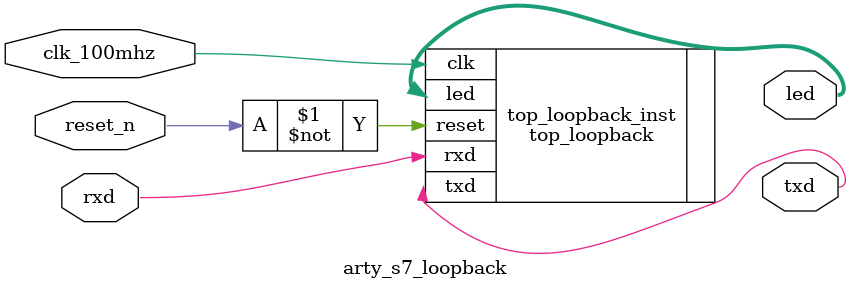
<source format=v>
/*
*****************************
* MODULE : arty_s7_loopback
*
* This module is a test of a uart.
* It is configured as a loopback so
* the RX is tied to the TX. The LEDs
* display the received bytes.  This module
* will also allow us to test determine
* the maximum baud rate.
*
* Target Board: Arty S7 Digilent board
*
* Author : Brandon Bloodget
*
*****************************
*/
// Force error when implicit net has no type.
`default_nettype none

module arty_s7_loopback #
(
    parameter integer CLK_FREQUENCY = 100_000_000,
    parameter integer BAUD = 12_000_000,
    parameter integer NUM_LEDS = 4
)
(
    input wire clk_100mhz,
    // reset on J2, short pin 40(gnd) to pin 38(B16)
    // TODO : Need to add internal pullup to reset_n
    input wire reset_n,
    input wire rxd,

    output wire txd,
    output wire [NUM_LEDS-1:0] led
);


/*
*****************************
* Instantiations
*****************************
*/


top_loopback #
(
    .CLK_FREQUENCY(CLK_FREQUENCY),
    .BAUD(BAUD),
    .NUM_LEDS(NUM_LEDS)
) top_loopback_inst
(
    .clk(clk_100mhz),
    .reset(~reset_n),
    .rxd(rxd),
    .txd(txd),
    .led(led)
);

endmodule


</source>
